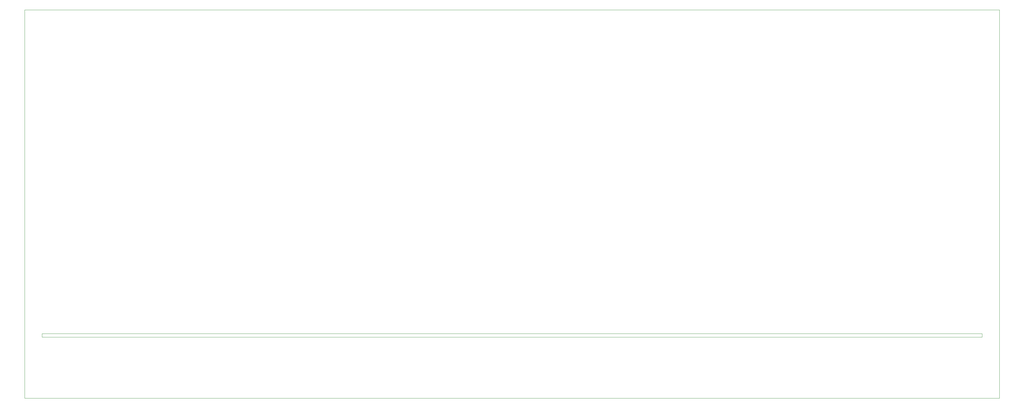
<source format=gm1>
G04 #@! TF.FileFunction,Profile,NP*
%FSLAX46Y46*%
G04 Gerber Fmt 4.6, Leading zero omitted, Abs format (unit mm)*
G04 Created by KiCad (PCBNEW 4.0.7+dfsg1-1) date Sat Oct 21 17:46:25 2017*
%MOMM*%
%LPD*%
G01*
G04 APERTURE LIST*
%ADD10C,0.100000*%
G04 APERTURE END LIST*
D10*
X69045000Y-134581250D02*
X343845000Y-134581250D01*
X69045000Y-135581250D02*
X69045000Y-134581250D01*
X343845000Y-135581250D02*
X69045000Y-135581250D01*
X343845000Y-134581250D02*
X343845000Y-135581250D01*
X63925000Y-153461250D02*
X63925000Y-39941250D01*
X348935000Y-153461250D02*
X63925000Y-153461250D01*
X348935000Y-39941250D02*
X348935000Y-153461250D01*
X63925000Y-39941250D02*
X348935000Y-39941250D01*
M02*

</source>
